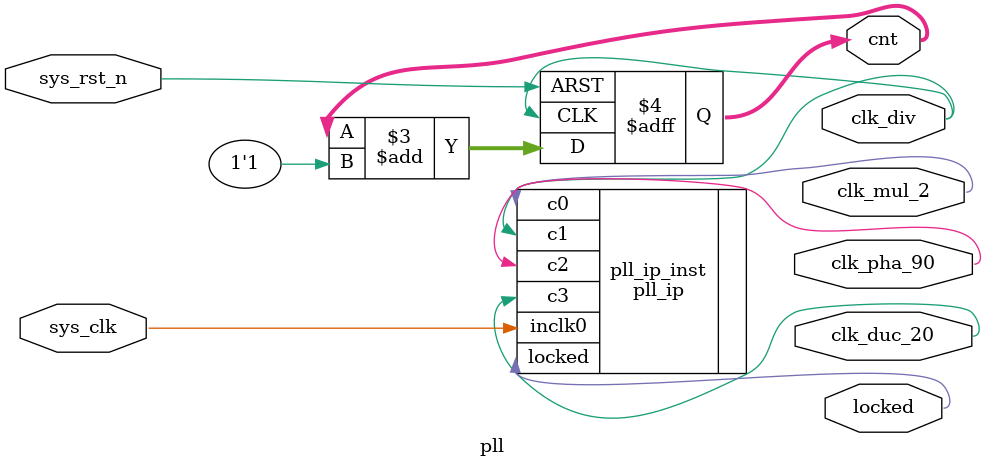
<source format=v>
module  pll
(
    input   wire    sys_clk     ,
    input   wire    sys_rst_n   ,
    output  wire    clk_mul_2   ,
    output  wire    clk_div     ,
    output  wire    clk_pha_90  ,
    output  wire    clk_duc_20  ,
    output  reg     [1:0]   cnt ,
    output  wire    locked

);

pll_ip  pll_ip_inst
(
    .inclk0 (sys_clk    ),
    .c0     (clk_mul_2  ),
    .c1     (clk_div    ),
    .c2     (clk_pha_90 ),
    .c3     (clk_duc_20 ),
    .locked (locked     )
);

always@(posedge clk_div or negedge sys_rst_n)
    if(sys_rst_n == 1'b0)
        cnt <=  2'd0;
    else
        cnt <=  cnt +1'b1;

endmodule

</source>
